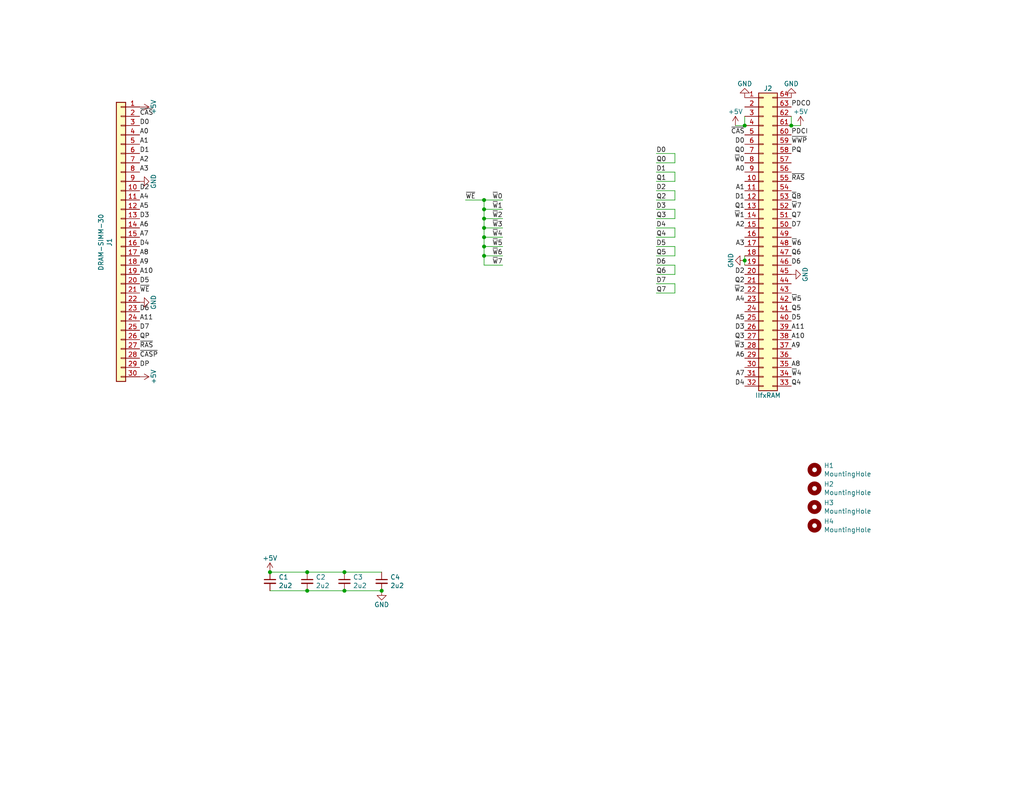
<source format=kicad_sch>
(kicad_sch (version 20211123) (generator eeschema)
  (paper "USLetter")
  (title_block (title "GW4192A") (date "2021-06-19") (rev "1.0") (company "Garrett's Workshop"))
  (lib_symbols
    (symbol "Connector_Generic:Conn_01x30" (pin_names (offset 1.016) hide)
      (property "Reference" "J" (at 0 38.1 0))
      (property "Value" "Conn_01x30" (at 0 -40.64 0))
      (symbol "Conn_01x30_1_1"
        (rectangle (start -1.27 -37.973) (end 0 -38.227) (stroke (width 0.1524)))
        (rectangle (start -1.27 -35.433) (end 0 -35.687) (stroke (width 0.1524)))
        (rectangle (start -1.27 -32.893) (end 0 -33.147) (stroke (width 0.1524)))
        (rectangle (start -1.27 -30.353) (end 0 -30.607) (stroke (width 0.1524)))
        (rectangle (start -1.27 -27.813) (end 0 -28.067) (stroke (width 0.1524)))
        (rectangle (start -1.27 -25.273) (end 0 -25.527) (stroke (width 0.1524)))
        (rectangle (start -1.27 -22.733) (end 0 -22.987) (stroke (width 0.1524)))
        (rectangle (start -1.27 -20.193) (end 0 -20.447) (stroke (width 0.1524)))
        (rectangle (start -1.27 -17.653) (end 0 -17.907) (stroke (width 0.1524)))
        (rectangle (start -1.27 -15.113) (end 0 -15.367) (stroke (width 0.1524)))
        (rectangle (start -1.27 -12.573) (end 0 -12.827) (stroke (width 0.1524)))
        (rectangle (start -1.27 -10.033) (end 0 -10.287) (stroke (width 0.1524)))
        (rectangle (start -1.27 -7.493) (end 0 -7.747) (stroke (width 0.1524)))
        (rectangle (start -1.27 -4.953) (end 0 -5.207) (stroke (width 0.1524)))
        (rectangle (start -1.27 -2.413) (end 0 -2.667) (stroke (width 0.1524)))
        (rectangle (start -1.27 0.127) (end 0 -0.127) (stroke (width 0.1524)))
        (rectangle (start -1.27 2.667) (end 0 2.413) (stroke (width 0.1524)))
        (rectangle (start -1.27 5.207) (end 0 4.953) (stroke (width 0.1524)))
        (rectangle (start -1.27 7.747) (end 0 7.493) (stroke (width 0.1524)))
        (rectangle (start -1.27 10.287) (end 0 10.033) (stroke (width 0.1524)))
        (rectangle (start -1.27 12.827) (end 0 12.573) (stroke (width 0.1524)))
        (rectangle (start -1.27 15.367) (end 0 15.113) (stroke (width 0.1524)))
        (rectangle (start -1.27 17.907) (end 0 17.653) (stroke (width 0.1524)))
        (rectangle (start -1.27 20.447) (end 0 20.193) (stroke (width 0.1524)))
        (rectangle (start -1.27 22.987) (end 0 22.733) (stroke (width 0.1524)))
        (rectangle (start -1.27 25.527) (end 0 25.273) (stroke (width 0.1524)))
        (rectangle (start -1.27 28.067) (end 0 27.813) (stroke (width 0.1524)))
        (rectangle (start -1.27 30.607) (end 0 30.353) (stroke (width 0.1524)))
        (rectangle (start -1.27 33.147) (end 0 32.893) (stroke (width 0.1524)))
        (rectangle (start -1.27 35.687) (end 0 35.433) (stroke (width 0.1524)))
        (rectangle (start -1.27 36.83) (end 1.27 -39.37) (stroke (width 0.254)) (fill (type background)))
        (pin passive line (at -5.08 35.56 0) (length 3.81) (name "Pin_1") (number "1"))
        (pin passive line (at -5.08 12.7 0) (length 3.81) (name "Pin_10") (number "10"))
        (pin passive line (at -5.08 10.16 0) (length 3.81) (name "Pin_11") (number "11"))
        (pin passive line (at -5.08 7.62 0) (length 3.81) (name "Pin_12") (number "12"))
        (pin passive line (at -5.08 5.08 0) (length 3.81) (name "Pin_13") (number "13"))
        (pin passive line (at -5.08 2.54 0) (length 3.81) (name "Pin_14") (number "14"))
        (pin passive line (at -5.08 0 0) (length 3.81) (name "Pin_15") (number "15"))
        (pin passive line (at -5.08 -2.54 0) (length 3.81) (name "Pin_16") (number "16"))
        (pin passive line (at -5.08 -5.08 0) (length 3.81) (name "Pin_17") (number "17"))
        (pin passive line (at -5.08 -7.62 0) (length 3.81) (name "Pin_18") (number "18"))
        (pin passive line (at -5.08 -10.16 0) (length 3.81) (name "Pin_19") (number "19"))
        (pin passive line (at -5.08 33.02 0) (length 3.81) (name "Pin_2") (number "2"))
        (pin passive line (at -5.08 -12.7 0) (length 3.81) (name "Pin_20") (number "20"))
        (pin passive line (at -5.08 -15.24 0) (length 3.81) (name "Pin_21") (number "21"))
        (pin passive line (at -5.08 -17.78 0) (length 3.81) (name "Pin_22") (number "22"))
        (pin passive line (at -5.08 -20.32 0) (length 3.81) (name "Pin_23") (number "23"))
        (pin passive line (at -5.08 -22.86 0) (length 3.81) (name "Pin_24") (number "24"))
        (pin passive line (at -5.08 -25.4 0) (length 3.81) (name "Pin_25") (number "25"))
        (pin passive line (at -5.08 -27.94 0) (length 3.81) (name "Pin_26") (number "26"))
        (pin passive line (at -5.08 -30.48 0) (length 3.81) (name "Pin_27") (number "27"))
        (pin passive line (at -5.08 -33.02 0) (length 3.81) (name "Pin_28") (number "28"))
        (pin passive line (at -5.08 -35.56 0) (length 3.81) (name "Pin_29") (number "29"))
        (pin passive line (at -5.08 30.48 0) (length 3.81) (name "Pin_3") (number "3"))
        (pin passive line (at -5.08 -38.1 0) (length 3.81) (name "Pin_30") (number "30"))
        (pin passive line (at -5.08 27.94 0) (length 3.81) (name "Pin_4") (number "4"))
        (pin passive line (at -5.08 25.4 0) (length 3.81) (name "Pin_5") (number "5"))
        (pin passive line (at -5.08 22.86 0) (length 3.81) (name "Pin_6") (number "6"))
        (pin passive line (at -5.08 20.32 0) (length 3.81) (name "Pin_7") (number "7"))
        (pin passive line (at -5.08 17.78 0) (length 3.81) (name "Pin_8") (number "8"))
        (pin passive line (at -5.08 15.24 0) (length 3.81) (name "Pin_9") (number "9"))
      )
    )
    (symbol "Connector_Generic:Conn_02x32_Counter_Clockwise" (pin_names (offset 1.016) hide)
      (property "Reference" "J" (at 1.27 40.64 0))
      (property "Value" "Conn_02x32_Counter_Clockwise" (at 1.27 -43.18 0))
      (symbol "Conn_02x32_Counter_Clockwise_1_1"
        (rectangle (start -1.27 -40.513) (end 0 -40.767) (stroke (width 0.1524)))
        (rectangle (start -1.27 -37.973) (end 0 -38.227) (stroke (width 0.1524)))
        (rectangle (start -1.27 -35.433) (end 0 -35.687) (stroke (width 0.1524)))
        (rectangle (start -1.27 -32.893) (end 0 -33.147) (stroke (width 0.1524)))
        (rectangle (start -1.27 -30.353) (end 0 -30.607) (stroke (width 0.1524)))
        (rectangle (start -1.27 -27.813) (end 0 -28.067) (stroke (width 0.1524)))
        (rectangle (start -1.27 -25.273) (end 0 -25.527) (stroke (width 0.1524)))
        (rectangle (start -1.27 -22.733) (end 0 -22.987) (stroke (width 0.1524)))
        (rectangle (start -1.27 -20.193) (end 0 -20.447) (stroke (width 0.1524)))
        (rectangle (start -1.27 -17.653) (end 0 -17.907) (stroke (width 0.1524)))
        (rectangle (start -1.27 -15.113) (end 0 -15.367) (stroke (width 0.1524)))
        (rectangle (start -1.27 -12.573) (end 0 -12.827) (stroke (width 0.1524)))
        (rectangle (start -1.27 -10.033) (end 0 -10.287) (stroke (width 0.1524)))
        (rectangle (start -1.27 -7.493) (end 0 -7.747) (stroke (width 0.1524)))
        (rectangle (start -1.27 -4.953) (end 0 -5.207) (stroke (width 0.1524)))
        (rectangle (start -1.27 -2.413) (end 0 -2.667) (stroke (width 0.1524)))
        (rectangle (start -1.27 0.127) (end 0 -0.127) (stroke (width 0.1524)))
        (rectangle (start -1.27 2.667) (end 0 2.413) (stroke (width 0.1524)))
        (rectangle (start -1.27 5.207) (end 0 4.953) (stroke (width 0.1524)))
        (rectangle (start -1.27 7.747) (end 0 7.493) (stroke (width 0.1524)))
        (rectangle (start -1.27 10.287) (end 0 10.033) (stroke (width 0.1524)))
        (rectangle (start -1.27 12.827) (end 0 12.573) (stroke (width 0.1524)))
        (rectangle (start -1.27 15.367) (end 0 15.113) (stroke (width 0.1524)))
        (rectangle (start -1.27 17.907) (end 0 17.653) (stroke (width 0.1524)))
        (rectangle (start -1.27 20.447) (end 0 20.193) (stroke (width 0.1524)))
        (rectangle (start -1.27 22.987) (end 0 22.733) (stroke (width 0.1524)))
        (rectangle (start -1.27 25.527) (end 0 25.273) (stroke (width 0.1524)))
        (rectangle (start -1.27 28.067) (end 0 27.813) (stroke (width 0.1524)))
        (rectangle (start -1.27 30.607) (end 0 30.353) (stroke (width 0.1524)))
        (rectangle (start -1.27 33.147) (end 0 32.893) (stroke (width 0.1524)))
        (rectangle (start -1.27 35.687) (end 0 35.433) (stroke (width 0.1524)))
        (rectangle (start -1.27 38.227) (end 0 37.973) (stroke (width 0.1524)))
        (rectangle (start -1.27 39.37) (end 3.81 -41.91) (stroke (width 0.254)) (fill (type background)))
        (rectangle (start 3.81 -40.513) (end 2.54 -40.767) (stroke (width 0.1524)))
        (rectangle (start 3.81 -37.973) (end 2.54 -38.227) (stroke (width 0.1524)))
        (rectangle (start 3.81 -35.433) (end 2.54 -35.687) (stroke (width 0.1524)))
        (rectangle (start 3.81 -32.893) (end 2.54 -33.147) (stroke (width 0.1524)))
        (rectangle (start 3.81 -30.353) (end 2.54 -30.607) (stroke (width 0.1524)))
        (rectangle (start 3.81 -27.813) (end 2.54 -28.067) (stroke (width 0.1524)))
        (rectangle (start 3.81 -25.273) (end 2.54 -25.527) (stroke (width 0.1524)))
        (rectangle (start 3.81 -22.733) (end 2.54 -22.987) (stroke (width 0.1524)))
        (rectangle (start 3.81 -20.193) (end 2.54 -20.447) (stroke (width 0.1524)))
        (rectangle (start 3.81 -17.653) (end 2.54 -17.907) (stroke (width 0.1524)))
        (rectangle (start 3.81 -15.113) (end 2.54 -15.367) (stroke (width 0.1524)))
        (rectangle (start 3.81 -12.573) (end 2.54 -12.827) (stroke (width 0.1524)))
        (rectangle (start 3.81 -10.033) (end 2.54 -10.287) (stroke (width 0.1524)))
        (rectangle (start 3.81 -7.493) (end 2.54 -7.747) (stroke (width 0.1524)))
        (rectangle (start 3.81 -4.953) (end 2.54 -5.207) (stroke (width 0.1524)))
        (rectangle (start 3.81 -2.413) (end 2.54 -2.667) (stroke (width 0.1524)))
        (rectangle (start 3.81 0.127) (end 2.54 -0.127) (stroke (width 0.1524)))
        (rectangle (start 3.81 2.667) (end 2.54 2.413) (stroke (width 0.1524)))
        (rectangle (start 3.81 5.207) (end 2.54 4.953) (stroke (width 0.1524)))
        (rectangle (start 3.81 7.747) (end 2.54 7.493) (stroke (width 0.1524)))
        (rectangle (start 3.81 10.287) (end 2.54 10.033) (stroke (width 0.1524)))
        (rectangle (start 3.81 12.827) (end 2.54 12.573) (stroke (width 0.1524)))
        (rectangle (start 3.81 15.367) (end 2.54 15.113) (stroke (width 0.1524)))
        (rectangle (start 3.81 17.907) (end 2.54 17.653) (stroke (width 0.1524)))
        (rectangle (start 3.81 20.447) (end 2.54 20.193) (stroke (width 0.1524)))
        (rectangle (start 3.81 22.987) (end 2.54 22.733) (stroke (width 0.1524)))
        (rectangle (start 3.81 25.527) (end 2.54 25.273) (stroke (width 0.1524)))
        (rectangle (start 3.81 28.067) (end 2.54 27.813) (stroke (width 0.1524)))
        (rectangle (start 3.81 30.607) (end 2.54 30.353) (stroke (width 0.1524)))
        (rectangle (start 3.81 33.147) (end 2.54 32.893) (stroke (width 0.1524)))
        (rectangle (start 3.81 35.687) (end 2.54 35.433) (stroke (width 0.1524)))
        (rectangle (start 3.81 38.227) (end 2.54 37.973) (stroke (width 0.1524)))
        (pin passive line (at -5.08 38.1 0) (length 3.81) (name "Pin_1") (number "1"))
        (pin passive line (at -5.08 15.24 0) (length 3.81) (name "Pin_10") (number "10"))
        (pin passive line (at -5.08 12.7 0) (length 3.81) (name "Pin_11") (number "11"))
        (pin passive line (at -5.08 10.16 0) (length 3.81) (name "Pin_12") (number "12"))
        (pin passive line (at -5.08 7.62 0) (length 3.81) (name "Pin_13") (number "13"))
        (pin passive line (at -5.08 5.08 0) (length 3.81) (name "Pin_14") (number "14"))
        (pin passive line (at -5.08 2.54 0) (length 3.81) (name "Pin_15") (number "15"))
        (pin passive line (at -5.08 0 0) (length 3.81) (name "Pin_16") (number "16"))
        (pin passive line (at -5.08 -2.54 0) (length 3.81) (name "Pin_17") (number "17"))
        (pin passive line (at -5.08 -5.08 0) (length 3.81) (name "Pin_18") (number "18"))
        (pin passive line (at -5.08 -7.62 0) (length 3.81) (name "Pin_19") (number "19"))
        (pin passive line (at -5.08 35.56 0) (length 3.81) (name "Pin_2") (number "2"))
        (pin passive line (at -5.08 -10.16 0) (length 3.81) (name "Pin_20") (number "20"))
        (pin passive line (at -5.08 -12.7 0) (length 3.81) (name "Pin_21") (number "21"))
        (pin passive line (at -5.08 -15.24 0) (length 3.81) (name "Pin_22") (number "22"))
        (pin passive line (at -5.08 -17.78 0) (length 3.81) (name "Pin_23") (number "23"))
        (pin passive line (at -5.08 -20.32 0) (length 3.81) (name "Pin_24") (number "24"))
        (pin passive line (at -5.08 -22.86 0) (length 3.81) (name "Pin_25") (number "25"))
        (pin passive line (at -5.08 -25.4 0) (length 3.81) (name "Pin_26") (number "26"))
        (pin passive line (at -5.08 -27.94 0) (length 3.81) (name "Pin_27") (number "27"))
        (pin passive line (at -5.08 -30.48 0) (length 3.81) (name "Pin_28") (number "28"))
        (pin passive line (at -5.08 -33.02 0) (length 3.81) (name "Pin_29") (number "29"))
        (pin passive line (at -5.08 33.02 0) (length 3.81) (name "Pin_3") (number "3"))
        (pin passive line (at -5.08 -35.56 0) (length 3.81) (name "Pin_30") (number "30"))
        (pin passive line (at -5.08 -38.1 0) (length 3.81) (name "Pin_31") (number "31"))
        (pin passive line (at -5.08 -40.64 0) (length 3.81) (name "Pin_32") (number "32"))
        (pin passive line (at 7.62 -40.64 180) (length 3.81) (name "Pin_33") (number "33"))
        (pin passive line (at 7.62 -38.1 180) (length 3.81) (name "Pin_34") (number "34"))
        (pin passive line (at 7.62 -35.56 180) (length 3.81) (name "Pin_35") (number "35"))
        (pin passive line (at 7.62 -33.02 180) (length 3.81) (name "Pin_36") (number "36"))
        (pin passive line (at 7.62 -30.48 180) (length 3.81) (name "Pin_37") (number "37"))
        (pin passive line (at 7.62 -27.94 180) (length 3.81) (name "Pin_38") (number "38"))
        (pin passive line (at 7.62 -25.4 180) (length 3.81) (name "Pin_39") (number "39"))
        (pin passive line (at -5.08 30.48 0) (length 3.81) (name "Pin_4") (number "4"))
        (pin passive line (at 7.62 -22.86 180) (length 3.81) (name "Pin_40") (number "40"))
        (pin passive line (at 7.62 -20.32 180) (length 3.81) (name "Pin_41") (number "41"))
        (pin passive line (at 7.62 -17.78 180) (length 3.81) (name "Pin_42") (number "42"))
        (pin passive line (at 7.62 -15.24 180) (length 3.81) (name "Pin_43") (number "43"))
        (pin passive line (at 7.62 -12.7 180) (length 3.81) (name "Pin_44") (number "44"))
        (pin passive line (at 7.62 -10.16 180) (length 3.81) (name "Pin_45") (number "45"))
        (pin passive line (at 7.62 -7.62 180) (length 3.81) (name "Pin_46") (number "46"))
        (pin passive line (at 7.62 -5.08 180) (length 3.81) (name "Pin_47") (number "47"))
        (pin passive line (at 7.62 -2.54 180) (length 3.81) (name "Pin_48") (number "48"))
        (pin passive line (at 7.62 0 180) (length 3.81) (name "Pin_49") (number "49"))
        (pin passive line (at -5.08 27.94 0) (length 3.81) (name "Pin_5") (number "5"))
        (pin passive line (at 7.62 2.54 180) (length 3.81) (name "Pin_50") (number "50"))
        (pin passive line (at 7.62 5.08 180) (length 3.81) (name "Pin_51") (number "51"))
        (pin passive line (at 7.62 7.62 180) (length 3.81) (name "Pin_52") (number "52"))
        (pin passive line (at 7.62 10.16 180) (length 3.81) (name "Pin_53") (number "53"))
        (pin passive line (at 7.62 12.7 180) (length 3.81) (name "Pin_54") (number "54"))
        (pin passive line (at 7.62 15.24 180) (length 3.81) (name "Pin_55") (number "55"))
        (pin passive line (at 7.62 17.78 180) (length 3.81) (name "Pin_56") (number "56"))
        (pin passive line (at 7.62 20.32 180) (length 3.81) (name "Pin_57") (number "57"))
        (pin passive line (at 7.62 22.86 180) (length 3.81) (name "Pin_58") (number "58"))
        (pin passive line (at 7.62 25.4 180) (length 3.81) (name "Pin_59") (number "59"))
        (pin passive line (at -5.08 25.4 0) (length 3.81) (name "Pin_6") (number "6"))
        (pin passive line (at 7.62 27.94 180) (length 3.81) (name "Pin_60") (number "60"))
        (pin passive line (at 7.62 30.48 180) (length 3.81) (name "Pin_61") (number "61"))
        (pin passive line (at 7.62 33.02 180) (length 3.81) (name "Pin_62") (number "62"))
        (pin passive line (at 7.62 35.56 180) (length 3.81) (name "Pin_63") (number "63"))
        (pin passive line (at 7.62 38.1 180) (length 3.81) (name "Pin_64") (number "64"))
        (pin passive line (at -5.08 22.86 0) (length 3.81) (name "Pin_7") (number "7"))
        (pin passive line (at -5.08 20.32 0) (length 3.81) (name "Pin_8") (number "8"))
        (pin passive line (at -5.08 17.78 0) (length 3.81) (name "Pin_9") (number "9"))
      )
    )
    (symbol "Device:C_Small" (pin_numbers hide) (pin_names (offset 0.254) hide)
      (property "Reference" "C" (at 0.254 1.778 0))
      (property "Value" "C_Small" (at 0.254 -2.032 0))
      (symbol "C_Small_0_1"
        (polyline (pts (xy -1.524 -0.508) (xy 1.524 -0.508)) (stroke (width 0.3302)))
        (polyline (pts (xy -1.524 0.508) (xy 1.524 0.508)) (stroke (width 0.3048)))
      )
      (symbol "C_Small_1_1"
        (pin passive line (at 0 2.54 270) (length 2.032) (name "~") (number "1"))
        (pin passive line (at 0 -2.54 90) (length 2.032) (name "~") (number "2"))
      )
    )
    (symbol "Mechanical:MountingHole" (pin_names (offset 1.016))
      (property "Reference" "H" (at 0 5.08 0))
      (property "Value" "MountingHole" (at 0 3.175 0))
      (symbol "MountingHole_0_1"
        (circle (center 0 0) (radius 1.27) (stroke (width 1.27)))
      )
    )
    (symbol "power:+5V" (power) (pin_names (offset 0))
      (property "Value" "+5V" (at 0 3.556 0))
      (symbol "+5V_0_1"
        (polyline (pts (xy -0.762 1.27) (xy 0 2.54)))
        (polyline (pts (xy 0 0) (xy 0 2.54)))
        (polyline (pts (xy 0 2.54) (xy 0.762 1.27)))
      )
      (symbol "+5V_1_1"
        (pin power_in line (at 0 0 90) (length 0) hide (name "+5V") (number "1"))
      )
    )
    (symbol "power:GND" (power) (pin_names (offset 0))
      (property "Value" "GND" (at 0 -3.81 0))
      (symbol "GND_0_1"
        (polyline (pts (xy 0 0) (xy 0 -1.27) (xy 1.27 -1.27) (xy 0 -2.54) (xy -1.27 -1.27) (xy 0 -1.27)))
      )
      (symbol "GND_1_1"
        (pin power_in line (at 0 0 270) (length 0) hide (name "GND") (number "1"))
      )
    )
  )
  (junction (at 203.2 34.29))
  (junction (at 83.82 156.21))
  (junction (at 83.82 161.29))
  (junction (at 132.08 64.77))
  (junction (at 73.66 156.21))
  (junction (at 132.08 62.23))
  (junction (at 132.08 57.15))
  (junction (at 132.08 54.61))
  (junction (at 93.98 161.29))
  (junction (at 132.08 67.31))
  (junction (at 132.08 69.85))
  (junction (at 215.9 34.29))
  (junction (at 93.98 156.21))
  (junction (at 203.2 71.12))
  (junction (at 132.08 59.69))
  (junction (at 104.14 161.29))
  (no_connect (at -43.18 44.45))
  (wire (pts (xy 215.9 31.75) (xy 215.9 34.29)))
  (wire (pts (xy 132.08 57.15) (xy 132.08 59.69)))
  (wire (pts (xy 184.15 80.01) (xy 179.07 80.01)))
  (wire (pts (xy 179.07 52.07) (xy 184.15 52.07)))
  (wire (pts (xy 137.16 64.77) (xy 132.08 64.77)))
  (wire (pts (xy 132.08 72.39) (xy 137.16 72.39)))
  (wire (pts (xy 73.66 156.21) (xy 83.82 156.21)))
  (wire (pts (xy 132.08 67.31) (xy 137.16 67.31)))
  (wire (pts (xy 179.07 46.99) (xy 184.15 46.99)))
  (wire (pts (xy 184.15 41.91) (xy 179.07 41.91)))
  (wire (pts (xy 104.14 156.21) (xy 93.98 156.21)))
  (wire (pts (xy 184.15 72.39) (xy 184.15 74.93)))
  (wire (pts (xy 132.08 62.23) (xy 137.16 62.23)))
  (wire (pts (xy 184.15 52.07) (xy 184.15 54.61)))
  (wire (pts (xy 132.08 67.31) (xy 132.08 69.85)))
  (wire (pts (xy 184.15 62.23) (xy 184.15 64.77)))
  (wire (pts (xy 132.08 64.77) (xy 132.08 67.31)))
  (wire (pts (xy 179.07 77.47) (xy 184.15 77.47)))
  (wire (pts (xy 179.07 44.45) (xy 184.15 44.45)))
  (wire (pts (xy 184.15 49.53) (xy 179.07 49.53)))
  (wire (pts (xy 184.15 59.69) (xy 179.07 59.69)))
  (wire (pts (xy 203.2 69.85) (xy 203.2 71.12)))
  (wire (pts (xy 184.15 77.47) (xy 184.15 80.01)))
  (wire (pts (xy 184.15 46.99) (xy 184.15 49.53)))
  (wire (pts (xy 132.08 57.15) (xy 137.16 57.15)))
  (wire (pts (xy 132.08 62.23) (xy 132.08 64.77)))
  (wire (pts (xy 132.08 54.61) (xy 137.16 54.61)))
  (wire (pts (xy 127 54.61) (xy 132.08 54.61)))
  (wire (pts (xy 184.15 57.15) (xy 184.15 59.69)))
  (wire (pts (xy 132.08 69.85) (xy 132.08 72.39)))
  (wire (pts (xy 184.15 41.91) (xy 184.15 44.45)))
  (wire (pts (xy 83.82 161.29) (xy 73.66 161.29)))
  (wire (pts (xy 184.15 69.85) (xy 179.07 69.85)))
  (wire (pts (xy 137.16 59.69) (xy 132.08 59.69)))
  (wire (pts (xy 184.15 54.61) (xy 179.07 54.61)))
  (wire (pts (xy 93.98 156.21) (xy 83.82 156.21)))
  (wire (pts (xy 184.15 67.31) (xy 184.15 69.85)))
  (wire (pts (xy 137.16 69.85) (xy 132.08 69.85)))
  (wire (pts (xy 179.07 67.31) (xy 184.15 67.31)))
  (wire (pts (xy 218.44 34.29) (xy 215.9 34.29)))
  (wire (pts (xy 203.2 71.12) (xy 203.2 72.39)))
  (wire (pts (xy 132.08 54.61) (xy 132.08 57.15)))
  (wire (pts (xy 184.15 74.93) (xy 179.07 74.93)))
  (wire (pts (xy 200.66 34.29) (xy 203.2 34.29)))
  (wire (pts (xy 179.07 57.15) (xy 184.15 57.15)))
  (wire (pts (xy 179.07 62.23) (xy 184.15 62.23)))
  (wire (pts (xy 184.15 64.77) (xy 179.07 64.77)))
  (wire (pts (xy 83.82 161.29) (xy 93.98 161.29)))
  (wire (pts (xy 179.07 72.39) (xy 184.15 72.39)))
  (wire (pts (xy 203.2 31.75) (xy 203.2 34.29)))
  (wire (pts (xy 93.98 161.29) (xy 104.14 161.29)))
  (wire (pts (xy 132.08 59.69) (xy 132.08 62.23)))
  (label "Q7" (at 215.9 59.69 0))
  (label "Q2" (at 179.07 54.61 0))
  (label "A3" (at 203.2 67.31 180))
  (label "~{W}6" (at 215.9 67.31 0))
  (label "A0" (at 38.1 36.83 0))
  (label "~{W}4" (at 215.9 102.87 0))
  (label "PDCI" (at 215.9 36.83 0))
  (label "~{W}7" (at 215.9 57.15 0))
  (label "A11" (at 215.9 90.17 0))
  (label "D4" (at 179.07 62.23 0))
  (label "A7" (at 203.2 102.87 180))
  (label "D2" (at 179.07 52.07 0))
  (label "Q3" (at 179.07 59.69 0))
  (label "D1" (at 179.07 46.99 0))
  (label "PQ" (at 215.9 41.91 0))
  (label "Q4" (at 215.9 105.41 0))
  (label "Q7" (at 179.07 80.01 0))
  (label "Q1" (at 179.07 49.53 0))
  (label "D6" (at 215.9 72.39 0))
  (label "Q4" (at 179.07 64.77 0))
  (label "D0" (at 179.07 41.91 0))
  (label "~{Q}B" (at 215.9 54.61 0))
  (label "~{W}5" (at 215.9 82.55 0))
  (label "~{W}1" (at 137.16 57.15 180))
  (label "A7" (at 38.1 64.77 0))
  (label "A6" (at 203.2 97.79 180))
  (label "D5" (at 215.9 87.63 0))
  (label "~{W}4" (at 137.16 64.77 180))
  (label "D3" (at 203.2 90.17 180))
  (label "A4" (at 203.2 82.55 180))
  (label "D6" (at 38.1 85.09 0))
  (label "~{W}7" (at 137.16 72.39 180))
  (label "A8" (at 38.1 69.85 0))
  (label "~{RAS}" (at 215.9 49.53 0))
  (label "Q6" (at 179.07 74.93 0))
  (label "D5" (at 38.1 77.47 0))
  (label "A9" (at 215.9 95.25 0))
  (label "~{W}2" (at 203.2 80.01 180))
  (label "D7" (at 38.1 90.17 0))
  (label "A11" (at 38.1 87.63 0))
  (label "Q5" (at 179.07 69.85 0))
  (label "D5" (at 179.07 67.31 0))
  (label "~{WE}" (at 38.1 80.01 0))
  (label "D1" (at 38.1 41.91 0))
  (label "Q6" (at 215.9 69.85 0))
  (label "D4" (at 203.2 105.41 180))
  (label "D2" (at 203.2 74.93 180))
  (label "~{W}5" (at 137.16 67.31 180))
  (label "A1" (at 38.1 39.37 0))
  (label "~{W}0" (at 203.2 44.45 180))
  (label "~{WWP}" (at 215.9 39.37 0))
  (label "PDCO" (at 215.9 29.21 0))
  (label "D3" (at 179.07 57.15 0))
  (label "A9" (at 38.1 72.39 0))
  (label "A10" (at 215.9 92.71 0))
  (label "Q1" (at 203.2 57.15 180))
  (label "A5" (at 38.1 57.15 0))
  (label "Q0" (at 179.07 44.45 0))
  (label "A0" (at 203.2 46.99 180))
  (label "D3" (at 38.1 59.69 0))
  (label "D0" (at 38.1 34.29 0))
  (label "~{W}2" (at 137.16 59.69 180))
  (label "~{CASP}" (at 38.1 97.79 0))
  (label "D6" (at 179.07 72.39 0))
  (label "Q3" (at 203.2 92.71 180))
  (label "A5" (at 203.2 87.63 180))
  (label "~{W}0" (at 137.16 54.61 180))
  (label "A1" (at 203.2 52.07 180))
  (label "D0" (at 203.2 39.37 180))
  (label "~{RAS}" (at 38.1 95.25 0))
  (label "~{W}3" (at 203.2 95.25 180))
  (label "Q2" (at 203.2 77.47 180))
  (label "A3" (at 38.1 46.99 0))
  (label "~{CAS}" (at 203.2 36.83 180))
  (label "A2" (at 203.2 62.23 180))
  (label "~{W}6" (at 137.16 69.85 180))
  (label "~{W}1" (at 203.2 59.69 180))
  (label "QP" (at 38.1 92.71 0))
  (label "A4" (at 38.1 54.61 0))
  (label "DP" (at 38.1 100.33 0))
  (label "D7" (at 179.07 77.47 0))
  (label "A6" (at 38.1 62.23 0))
  (label "~{WE}" (at 127 54.61 0))
  (label "D2" (at 38.1 52.07 0))
  (label "D7" (at 215.9 62.23 0))
  (label "~{CAS}" (at 38.1 31.75 0))
  (label "A2" (at 38.1 44.45 0))
  (label "D4" (at 38.1 67.31 0))
  (label "Q5" (at 215.9 85.09 0))
  (label "A10" (at 38.1 74.93 0))
  (label "D1" (at 203.2 54.61 180))
  (label "A8" (at 215.9 100.33 0))
  (label "~{W}3" (at 137.16 62.23 180))
  (label "Q0" (at 203.2 41.91 180))
  (symbol (lib_id "Connector_Generic:Conn_01x30") (at 33.02 64.77 0) (mirror y) (unit 1)
    (property "Reference" "J1" (at 29.8704 66.1416 90))
    (property "Value" "DRAM-SIMM-30" (at 27.559 66.1416 90))
    (property "Footprint" "stdpads:SIMM-30_Edge" (effects hide))
  )
  (symbol (lib_id "power:+5V") (at 38.1 102.87 270) (unit 1)
    (property "Reference" "#PWR0101" (effects hide))
    (property "Value" "+5V" (at 41.91 102.87 0))
  )
  (symbol (lib_id "power:+5V") (at 38.1 29.21 270) (unit 1)
    (property "Reference" "#PWR0102" (effects hide))
    (property "Value" "+5V" (at 41.91 29.21 0))
  )
  (symbol (lib_id "power:GND") (at 38.1 82.55 90) (unit 1)
    (property "Reference" "#PWR0103" (effects hide))
    (property "Value" "GND" (at 41.91 82.55 0))
  )
  (symbol (lib_id "power:GND") (at 38.1 49.53 90) (unit 1)
    (property "Reference" "#PWR0104" (effects hide))
    (property "Value" "GND" (at 41.91 49.53 0))
  )
  (symbol (lib_id "Device:C_Small") (at 73.66 158.75 0) (unit 1)
    (property "Reference" "C1" (at 75.9968 157.5816 0) (effects (justify left)))
    (property "Value" "2u2" (at 75.9968 159.893 0) (effects (justify left)))
    (property "Footprint" "stdpads:C_0805" (effects hide))
  )
  (symbol (lib_id "Device:C_Small") (at 83.82 158.75 0) (unit 1)
    (property "Reference" "C2" (at 86.1568 157.5816 0) (effects (justify left)))
    (property "Value" "2u2" (at 86.1568 159.893 0) (effects (justify left)))
    (property "Footprint" "stdpads:C_0805" (effects hide))
  )
  (symbol (lib_id "power:+5V") (at 73.66 156.21 0) (unit 1)
    (property "Reference" "#PWR0113" (effects hide))
    (property "Value" "+5V" (at 73.66 152.4 0))
  )
  (symbol (lib_id "Device:C_Small") (at 93.98 158.75 0) (unit 1)
    (property "Reference" "C3" (at 96.3168 157.5816 0) (effects (justify left)))
    (property "Value" "2u2" (at 96.3168 159.893 0) (effects (justify left)))
    (property "Footprint" "stdpads:C_0805" (effects hide))
  )
  (symbol (lib_id "Device:C_Small") (at 104.14 158.75 0) (unit 1)
    (property "Reference" "C4" (at 106.4768 157.5816 0) (effects (justify left)))
    (property "Value" "2u2" (at 106.4768 159.893 0) (effects (justify left)))
    (property "Footprint" "stdpads:C_0805" (effects hide))
  )
  (symbol (lib_id "Connector_Generic:Conn_02x32_Counter_Clockwise") (at 208.28 64.77 0) (unit 1)
    (property "Reference" "J2" (at 209.55 24.13 0))
    (property "Value" "IIfxRAM" (at 209.55 107.95 0))
    (property "Footprint" "stdpads:SIMM-64_Socket_TH_P1.27mm" (effects hide))
  )
  (symbol (lib_id "Mechanical:MountingHole") (at 222.25 128.27 0) (unit 1)
    (property "Reference" "H1" (at 224.79 127.1016 0) (effects (justify left)))
    (property "Value" "MountingHole" (at 224.79 129.413 0) (effects (justify left)))
    (property "Footprint" "stdpads:PasteHole_1.152mm_NPTH" (effects hide))
  )
  (symbol (lib_id "Mechanical:MountingHole") (at 222.25 133.35 0) (unit 1)
    (property "Reference" "H2" (at 224.79 132.1816 0) (effects (justify left)))
    (property "Value" "MountingHole" (at 224.79 134.493 0) (effects (justify left)))
    (property "Footprint" "stdpads:PasteHole_1.152mm_NPTH" (effects hide))
  )
  (symbol (lib_id "Mechanical:MountingHole") (at 222.25 138.43 0) (unit 1)
    (property "Reference" "H3" (at 224.79 137.2616 0) (effects (justify left)))
    (property "Value" "MountingHole" (at 224.79 139.573 0) (effects (justify left)))
    (property "Footprint" "stdpads:PasteHole_1.152mm_NPTH" (effects hide))
  )
  (symbol (lib_id "Mechanical:MountingHole") (at 222.25 143.51 0) (unit 1)
    (property "Reference" "H4" (at 224.79 142.3416 0) (effects (justify left)))
    (property "Value" "MountingHole" (at 224.79 144.653 0) (effects (justify left)))
    (property "Footprint" "stdpads:PasteHole_1.152mm_NPTH" (effects hide))
  )
  (symbol (lib_id "power:GND") (at 203.2 26.67 180) (unit 1)
    (property "Reference" "#PWR0107" (effects hide))
    (property "Value" "GND" (at 203.2 22.86 0))
  )
  (symbol (lib_id "power:GND") (at 203.2 71.12 270) (unit 1)
    (property "Reference" "#PWR0108" (effects hide))
    (property "Value" "GND" (at 199.39 71.12 0))
  )
  (symbol (lib_id "power:+5V") (at 200.66 34.29 0) (unit 1)
    (property "Reference" "#PWR0109" (effects hide))
    (property "Value" "+5V" (at 200.66 30.48 0))
  )
  (symbol (lib_id "power:GND") (at 215.9 26.67 180) (unit 1)
    (property "Reference" "#PWR0111" (effects hide))
    (property "Value" "GND" (at 215.9 22.86 0))
  )
  (symbol (lib_id "power:+5V") (at 218.44 34.29 0) (mirror y) (unit 1)
    (property "Reference" "#PWR0105" (effects hide))
    (property "Value" "+5V" (at 218.44 30.48 0))
  )
  (symbol (lib_id "power:GND") (at 215.9 74.93 90) (unit 1)
    (property "Reference" "#PWR0106" (effects hide))
    (property "Value" "GND" (at 219.71 74.93 0))
  )
  (symbol (lib_id "power:GND") (at 104.14 161.29 0) (unit 1)
    (property "Reference" "#PWR0110" (effects hide))
    (property "Value" "GND" (at 104.14 165.1 0))
  )
)
</source>
